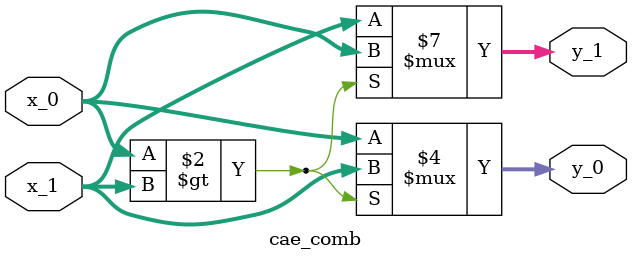
<source format=v>
`timescale 1ns / 1ns
module cae_comb #
(
    parameter LOG_INPUT_NUM = 4,
    parameter DATA_WIDTH = 8,
    parameter SIGNED = 0,
    parameter ASCENDING = 1
)
(
    
    input  [DATA_WIDTH-1 : 0] x_0,
    input  [DATA_WIDTH-1 : 0] x_1,
    output reg [DATA_WIDTH-1 : 0] y_0, 
    output reg [DATA_WIDTH-1 : 0] y_1
);
always@(*)begin
    if($unsigned(x_0)>$unsigned(x_1))begin
        y_1 <= x_0;
        y_0 <= x_1;
    end
    else begin
        y_0 <= x_0;
        y_1 <= x_1;
    end
end


endmodule

</source>
